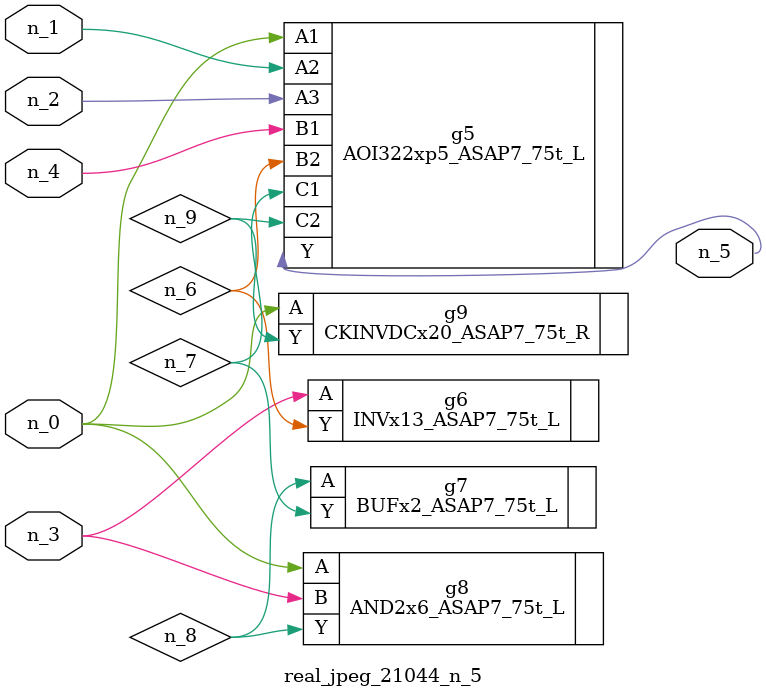
<source format=v>
module real_jpeg_21044_n_5 (n_4, n_0, n_1, n_2, n_3, n_5);

input n_4;
input n_0;
input n_1;
input n_2;
input n_3;

output n_5;

wire n_8;
wire n_6;
wire n_7;
wire n_9;

AOI322xp5_ASAP7_75t_L g5 ( 
.A1(n_0),
.A2(n_1),
.A3(n_2),
.B1(n_4),
.B2(n_6),
.C1(n_7),
.C2(n_9),
.Y(n_5)
);

AND2x6_ASAP7_75t_L g8 ( 
.A(n_0),
.B(n_3),
.Y(n_8)
);

CKINVDCx20_ASAP7_75t_R g9 ( 
.A(n_0),
.Y(n_9)
);

INVx13_ASAP7_75t_L g6 ( 
.A(n_3),
.Y(n_6)
);

BUFx2_ASAP7_75t_L g7 ( 
.A(n_8),
.Y(n_7)
);


endmodule
</source>
